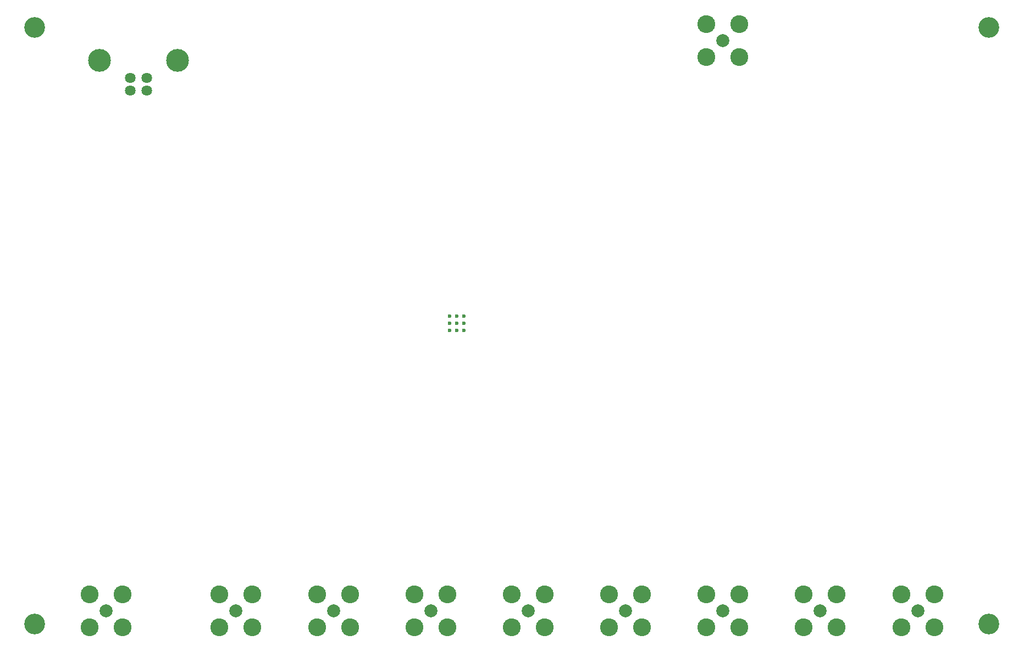
<source format=gbr>
%TF.GenerationSoftware,KiCad,Pcbnew,9.0.1*%
%TF.CreationDate,2025-12-28T11:24:27-06:00*%
%TF.ProjectId,opensync_prototype,6f70656e-7379-46e6-935f-70726f746f74,0.1*%
%TF.SameCoordinates,Original*%
%TF.FileFunction,Soldermask,Bot*%
%TF.FilePolarity,Negative*%
%FSLAX46Y46*%
G04 Gerber Fmt 4.6, Leading zero omitted, Abs format (unit mm)*
G04 Created by KiCad (PCBNEW 9.0.1) date 2025-12-28 11:24:27*
%MOMM*%
%LPD*%
G01*
G04 APERTURE LIST*
%ADD10C,2.004000*%
%ADD11C,2.754000*%
%ADD12C,3.200000*%
%ADD13C,1.632000*%
%ADD14C,3.520000*%
%ADD15C,0.600000*%
G04 APERTURE END LIST*
D10*
%TO.C,J13*%
X172000000Y-51000000D03*
D11*
X174540000Y-53540000D03*
X169460000Y-53540000D03*
X169460000Y-48460000D03*
X174540000Y-48460000D03*
%TD*%
D12*
%TO.C,H4*%
X66000000Y-141000000D03*
%TD*%
D13*
%TO.C,J1*%
X80750000Y-58740000D03*
X83250000Y-58740000D03*
X83250000Y-56740000D03*
X80750000Y-56740000D03*
D14*
X88020000Y-54030000D03*
X75980000Y-54030000D03*
%TD*%
D12*
%TO.C,H1*%
X66000000Y-49000000D03*
%TD*%
%TO.C,H3*%
X213000000Y-141000000D03*
%TD*%
D15*
%TO.C,U2*%
X129866667Y-93466667D03*
X129866667Y-94600000D03*
X129866667Y-95733333D03*
X131000000Y-93466667D03*
X131000000Y-94600000D03*
X131000000Y-95733333D03*
X132133333Y-93466667D03*
X132133333Y-94600000D03*
X132133333Y-95733333D03*
%TD*%
D12*
%TO.C,H2*%
X213000000Y-49000000D03*
%TD*%
D10*
%TO.C,J6*%
X127000000Y-139000000D03*
D11*
X129540000Y-136460000D03*
X124460000Y-136460000D03*
X124460000Y-141540000D03*
X129540000Y-141540000D03*
%TD*%
D10*
%TO.C,J10*%
X187000000Y-139000000D03*
D11*
X189540000Y-136460000D03*
X184460000Y-136460000D03*
X184460000Y-141540000D03*
X189540000Y-141540000D03*
%TD*%
D10*
%TO.C,J9*%
X172000000Y-139000000D03*
D11*
X174540000Y-136460000D03*
X169460000Y-136460000D03*
X169460000Y-141540000D03*
X174540000Y-141540000D03*
%TD*%
D10*
%TO.C,J4*%
X97000000Y-139000000D03*
D11*
X99540000Y-136460000D03*
X94460000Y-136460000D03*
X94460000Y-141540000D03*
X99540000Y-141540000D03*
%TD*%
D10*
%TO.C,J8*%
X157000000Y-139000000D03*
D11*
X159540000Y-136460000D03*
X154460000Y-136460000D03*
X154460000Y-141540000D03*
X159540000Y-141540000D03*
%TD*%
D10*
%TO.C,J11*%
X202000000Y-139000000D03*
D11*
X204540000Y-136460000D03*
X199460000Y-136460000D03*
X199460000Y-141540000D03*
X204540000Y-141540000D03*
%TD*%
D10*
%TO.C,J2*%
X77000000Y-139000000D03*
D11*
X79540000Y-136460000D03*
X74460000Y-136460000D03*
X74460000Y-141540000D03*
X79540000Y-141540000D03*
%TD*%
D10*
%TO.C,J7*%
X142000000Y-139000000D03*
D11*
X144540000Y-136460000D03*
X139460000Y-136460000D03*
X139460000Y-141540000D03*
X144540000Y-141540000D03*
%TD*%
D10*
%TO.C,J5*%
X112000000Y-139000000D03*
D11*
X114540000Y-136460000D03*
X109460000Y-136460000D03*
X109460000Y-141540000D03*
X114540000Y-141540000D03*
%TD*%
M02*

</source>
